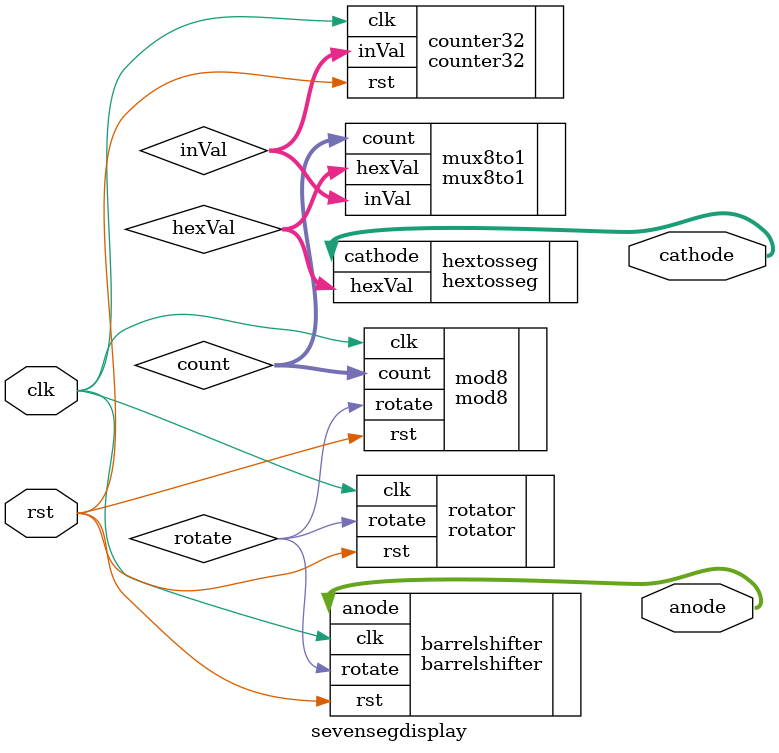
<source format=v>
`timescale 1ns / 1ps
module sevensegdisplay(clk, rst, anode, cathode);
	input 					clk, rst;
	wire						[31:0]inVal;
	wire						[2:0] count;
	wire						[3:0] hexVal;
	wire						rotate;
	output 					[7:0] anode;
	output 					[7:0] cathode;
	
	rotator rotator (
		.clk(clk),
		.rst(rst),
		.rotate(rotate)
		);  
	barrelshifter barrelshifter (
		.clk(clk),
		.rst(rst),
		.rotate(rotate),
		.anode(anode[7:0])
		);
							
	mod8 mod8 (
		.clk(clk),
		.rst(rst),
		.rotate(rotate),
		.count(count[2:0])
		);
					
	mux8to1 	mux8to1 (
		.inVal(inVal[31:0]),
		.hexVal(hexVal[3:0]),
		.count(count[2:0])
		);
						
	hextosseg 	hextosseg (
		.hexVal(hexVal[3:0]),
		.cathode(cathode[7:0])
		);
		
	counter32 counter32(
		.clk(clk),
		.rst(rst),
		.inVal(inVal[31:0])
		);
		
endmodule

</source>
